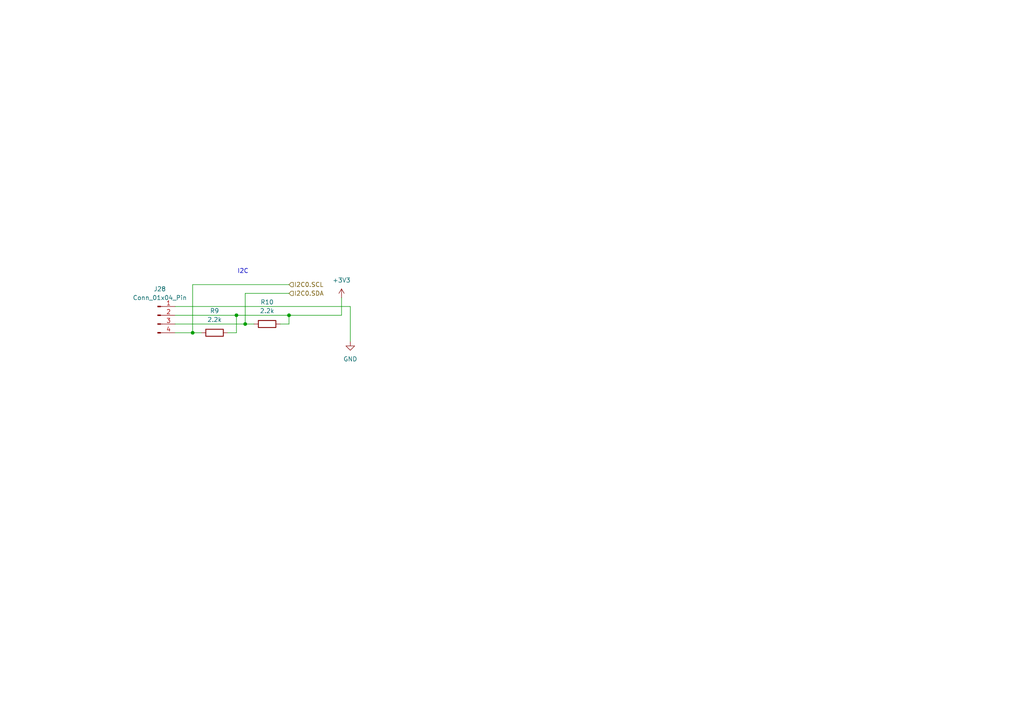
<source format=kicad_sch>
(kicad_sch
	(version 20231120)
	(generator "eeschema")
	(generator_version "8.0")
	(uuid "5de63f33-c901-4a73-91f5-97852f0ac62a")
	(paper "A4")
	(lib_symbols
		(symbol "Connector:Conn_01x04_Pin"
			(pin_names
				(offset 1.016) hide)
			(exclude_from_sim no)
			(in_bom yes)
			(on_board yes)
			(property "Reference" "J"
				(at 0 5.08 0)
				(effects
					(font
						(size 1.27 1.27)
					)
				)
			)
			(property "Value" "Conn_01x04_Pin"
				(at 0 -7.62 0)
				(effects
					(font
						(size 1.27 1.27)
					)
				)
			)
			(property "Footprint" ""
				(at 0 0 0)
				(effects
					(font
						(size 1.27 1.27)
					)
					(hide yes)
				)
			)
			(property "Datasheet" "~"
				(at 0 0 0)
				(effects
					(font
						(size 1.27 1.27)
					)
					(hide yes)
				)
			)
			(property "Description" "Generic connector, single row, 01x04, script generated"
				(at 0 0 0)
				(effects
					(font
						(size 1.27 1.27)
					)
					(hide yes)
				)
			)
			(property "ki_locked" ""
				(at 0 0 0)
				(effects
					(font
						(size 1.27 1.27)
					)
				)
			)
			(property "ki_keywords" "connector"
				(at 0 0 0)
				(effects
					(font
						(size 1.27 1.27)
					)
					(hide yes)
				)
			)
			(property "ki_fp_filters" "Connector*:*_1x??_*"
				(at 0 0 0)
				(effects
					(font
						(size 1.27 1.27)
					)
					(hide yes)
				)
			)
			(symbol "Conn_01x04_Pin_1_1"
				(polyline
					(pts
						(xy 1.27 -5.08) (xy 0.8636 -5.08)
					)
					(stroke
						(width 0.1524)
						(type default)
					)
					(fill
						(type none)
					)
				)
				(polyline
					(pts
						(xy 1.27 -2.54) (xy 0.8636 -2.54)
					)
					(stroke
						(width 0.1524)
						(type default)
					)
					(fill
						(type none)
					)
				)
				(polyline
					(pts
						(xy 1.27 0) (xy 0.8636 0)
					)
					(stroke
						(width 0.1524)
						(type default)
					)
					(fill
						(type none)
					)
				)
				(polyline
					(pts
						(xy 1.27 2.54) (xy 0.8636 2.54)
					)
					(stroke
						(width 0.1524)
						(type default)
					)
					(fill
						(type none)
					)
				)
				(rectangle
					(start 0.8636 -4.953)
					(end 0 -5.207)
					(stroke
						(width 0.1524)
						(type default)
					)
					(fill
						(type outline)
					)
				)
				(rectangle
					(start 0.8636 -2.413)
					(end 0 -2.667)
					(stroke
						(width 0.1524)
						(type default)
					)
					(fill
						(type outline)
					)
				)
				(rectangle
					(start 0.8636 0.127)
					(end 0 -0.127)
					(stroke
						(width 0.1524)
						(type default)
					)
					(fill
						(type outline)
					)
				)
				(rectangle
					(start 0.8636 2.667)
					(end 0 2.413)
					(stroke
						(width 0.1524)
						(type default)
					)
					(fill
						(type outline)
					)
				)
				(pin passive line
					(at 5.08 2.54 180)
					(length 3.81)
					(name "Pin_1"
						(effects
							(font
								(size 1.27 1.27)
							)
						)
					)
					(number "1"
						(effects
							(font
								(size 1.27 1.27)
							)
						)
					)
				)
				(pin passive line
					(at 5.08 0 180)
					(length 3.81)
					(name "Pin_2"
						(effects
							(font
								(size 1.27 1.27)
							)
						)
					)
					(number "2"
						(effects
							(font
								(size 1.27 1.27)
							)
						)
					)
				)
				(pin passive line
					(at 5.08 -2.54 180)
					(length 3.81)
					(name "Pin_3"
						(effects
							(font
								(size 1.27 1.27)
							)
						)
					)
					(number "3"
						(effects
							(font
								(size 1.27 1.27)
							)
						)
					)
				)
				(pin passive line
					(at 5.08 -5.08 180)
					(length 3.81)
					(name "Pin_4"
						(effects
							(font
								(size 1.27 1.27)
							)
						)
					)
					(number "4"
						(effects
							(font
								(size 1.27 1.27)
							)
						)
					)
				)
			)
		)
		(symbol "Device:R"
			(pin_numbers hide)
			(pin_names
				(offset 0)
			)
			(exclude_from_sim no)
			(in_bom yes)
			(on_board yes)
			(property "Reference" "R"
				(at 2.032 0 90)
				(effects
					(font
						(size 1.27 1.27)
					)
				)
			)
			(property "Value" "R"
				(at 0 0 90)
				(effects
					(font
						(size 1.27 1.27)
					)
				)
			)
			(property "Footprint" ""
				(at -1.778 0 90)
				(effects
					(font
						(size 1.27 1.27)
					)
					(hide yes)
				)
			)
			(property "Datasheet" "~"
				(at 0 0 0)
				(effects
					(font
						(size 1.27 1.27)
					)
					(hide yes)
				)
			)
			(property "Description" "Resistor"
				(at 0 0 0)
				(effects
					(font
						(size 1.27 1.27)
					)
					(hide yes)
				)
			)
			(property "ki_keywords" "R res resistor"
				(at 0 0 0)
				(effects
					(font
						(size 1.27 1.27)
					)
					(hide yes)
				)
			)
			(property "ki_fp_filters" "R_*"
				(at 0 0 0)
				(effects
					(font
						(size 1.27 1.27)
					)
					(hide yes)
				)
			)
			(symbol "R_0_1"
				(rectangle
					(start -1.016 -2.54)
					(end 1.016 2.54)
					(stroke
						(width 0.254)
						(type default)
					)
					(fill
						(type none)
					)
				)
			)
			(symbol "R_1_1"
				(pin passive line
					(at 0 3.81 270)
					(length 1.27)
					(name "~"
						(effects
							(font
								(size 1.27 1.27)
							)
						)
					)
					(number "1"
						(effects
							(font
								(size 1.27 1.27)
							)
						)
					)
				)
				(pin passive line
					(at 0 -3.81 90)
					(length 1.27)
					(name "~"
						(effects
							(font
								(size 1.27 1.27)
							)
						)
					)
					(number "2"
						(effects
							(font
								(size 1.27 1.27)
							)
						)
					)
				)
			)
		)
		(symbol "power:+3V3"
			(power)
			(pin_names
				(offset 0)
			)
			(exclude_from_sim no)
			(in_bom yes)
			(on_board yes)
			(property "Reference" "#PWR"
				(at 0 -3.81 0)
				(effects
					(font
						(size 1.27 1.27)
					)
					(hide yes)
				)
			)
			(property "Value" "+3V3"
				(at 0 3.556 0)
				(effects
					(font
						(size 1.27 1.27)
					)
				)
			)
			(property "Footprint" ""
				(at 0 0 0)
				(effects
					(font
						(size 1.27 1.27)
					)
					(hide yes)
				)
			)
			(property "Datasheet" ""
				(at 0 0 0)
				(effects
					(font
						(size 1.27 1.27)
					)
					(hide yes)
				)
			)
			(property "Description" "Power symbol creates a global label with name \"+3V3\""
				(at 0 0 0)
				(effects
					(font
						(size 1.27 1.27)
					)
					(hide yes)
				)
			)
			(property "ki_keywords" "global power"
				(at 0 0 0)
				(effects
					(font
						(size 1.27 1.27)
					)
					(hide yes)
				)
			)
			(symbol "+3V3_0_1"
				(polyline
					(pts
						(xy -0.762 1.27) (xy 0 2.54)
					)
					(stroke
						(width 0)
						(type default)
					)
					(fill
						(type none)
					)
				)
				(polyline
					(pts
						(xy 0 0) (xy 0 2.54)
					)
					(stroke
						(width 0)
						(type default)
					)
					(fill
						(type none)
					)
				)
				(polyline
					(pts
						(xy 0 2.54) (xy 0.762 1.27)
					)
					(stroke
						(width 0)
						(type default)
					)
					(fill
						(type none)
					)
				)
			)
			(symbol "+3V3_1_1"
				(pin power_in line
					(at 0 0 90)
					(length 0) hide
					(name "+3V3"
						(effects
							(font
								(size 1.27 1.27)
							)
						)
					)
					(number "1"
						(effects
							(font
								(size 1.27 1.27)
							)
						)
					)
				)
			)
		)
		(symbol "power:GND"
			(power)
			(pin_names
				(offset 0)
			)
			(exclude_from_sim no)
			(in_bom yes)
			(on_board yes)
			(property "Reference" "#PWR"
				(at 0 -6.35 0)
				(effects
					(font
						(size 1.27 1.27)
					)
					(hide yes)
				)
			)
			(property "Value" "GND"
				(at 0 -3.81 0)
				(effects
					(font
						(size 1.27 1.27)
					)
				)
			)
			(property "Footprint" ""
				(at 0 0 0)
				(effects
					(font
						(size 1.27 1.27)
					)
					(hide yes)
				)
			)
			(property "Datasheet" ""
				(at 0 0 0)
				(effects
					(font
						(size 1.27 1.27)
					)
					(hide yes)
				)
			)
			(property "Description" "Power symbol creates a global label with name \"GND\" , ground"
				(at 0 0 0)
				(effects
					(font
						(size 1.27 1.27)
					)
					(hide yes)
				)
			)
			(property "ki_keywords" "global power"
				(at 0 0 0)
				(effects
					(font
						(size 1.27 1.27)
					)
					(hide yes)
				)
			)
			(symbol "GND_0_1"
				(polyline
					(pts
						(xy 0 0) (xy 0 -1.27) (xy 1.27 -1.27) (xy 0 -2.54) (xy -1.27 -1.27) (xy 0 -1.27)
					)
					(stroke
						(width 0)
						(type default)
					)
					(fill
						(type none)
					)
				)
			)
			(symbol "GND_1_1"
				(pin power_in line
					(at 0 0 270)
					(length 0) hide
					(name "GND"
						(effects
							(font
								(size 1.27 1.27)
							)
						)
					)
					(number "1"
						(effects
							(font
								(size 1.27 1.27)
							)
						)
					)
				)
			)
		)
	)
	(junction
		(at 83.82 91.44)
		(diameter 0)
		(color 0 0 0 0)
		(uuid "02b4ad4a-ff5d-49ac-8425-44ef3f76b95f")
	)
	(junction
		(at 71.12 93.98)
		(diameter 0)
		(color 0 0 0 0)
		(uuid "27a19695-5f3d-4311-8e92-24bbd86be5b2")
	)
	(junction
		(at 68.58 91.44)
		(diameter 0)
		(color 0 0 0 0)
		(uuid "283c3dc7-38de-4f0e-b7ff-330b8fc5a4b3")
	)
	(junction
		(at 55.88 96.52)
		(diameter 0)
		(color 0 0 0 0)
		(uuid "8c540506-6d37-4dec-b4b7-00be1d367a99")
	)
	(wire
		(pts
			(xy 55.88 82.55) (xy 55.88 96.52)
		)
		(stroke
			(width 0)
			(type default)
		)
		(uuid "01ec27e7-1a7c-4637-a590-57886278c0f5")
	)
	(wire
		(pts
			(xy 66.04 96.52) (xy 68.58 96.52)
		)
		(stroke
			(width 0)
			(type default)
		)
		(uuid "0434b42d-f855-44b7-b2a6-a29473bcf616")
	)
	(wire
		(pts
			(xy 71.12 85.09) (xy 71.12 93.98)
		)
		(stroke
			(width 0)
			(type default)
		)
		(uuid "1637d917-c5d9-4abb-aa94-0024434300f4")
	)
	(wire
		(pts
			(xy 99.06 91.44) (xy 99.06 86.36)
		)
		(stroke
			(width 0)
			(type default)
		)
		(uuid "1a7da4ef-0d49-4c36-9fcf-c9220d32ec20")
	)
	(wire
		(pts
			(xy 101.6 88.9) (xy 101.6 99.06)
		)
		(stroke
			(width 0)
			(type default)
		)
		(uuid "3d0532d4-9ec3-4d5d-bfde-165870643169")
	)
	(wire
		(pts
			(xy 83.82 91.44) (xy 99.06 91.44)
		)
		(stroke
			(width 0)
			(type default)
		)
		(uuid "49bf5296-de37-4700-ba23-7ff86c9315b7")
	)
	(wire
		(pts
			(xy 50.8 91.44) (xy 68.58 91.44)
		)
		(stroke
			(width 0)
			(type default)
		)
		(uuid "4db92626-88ff-4715-9d3a-b9aff2d7627f")
	)
	(wire
		(pts
			(xy 55.88 82.55) (xy 83.82 82.55)
		)
		(stroke
			(width 0)
			(type default)
		)
		(uuid "50545be5-3913-4e72-85e2-2d07b7f01c2d")
	)
	(wire
		(pts
			(xy 81.28 93.98) (xy 83.82 93.98)
		)
		(stroke
			(width 0)
			(type default)
		)
		(uuid "5f09b30f-169e-4ad8-a36d-405b92e46c28")
	)
	(wire
		(pts
			(xy 68.58 96.52) (xy 68.58 91.44)
		)
		(stroke
			(width 0)
			(type default)
		)
		(uuid "66233f1b-189b-4202-b9a2-5f7b400ddaff")
	)
	(wire
		(pts
			(xy 68.58 91.44) (xy 83.82 91.44)
		)
		(stroke
			(width 0)
			(type default)
		)
		(uuid "8ef8a975-bc5a-48be-ac12-469de962cf5a")
	)
	(wire
		(pts
			(xy 71.12 85.09) (xy 83.82 85.09)
		)
		(stroke
			(width 0)
			(type default)
		)
		(uuid "a1176ca6-958b-4fd3-bc5f-9e0ed178c3f7")
	)
	(wire
		(pts
			(xy 71.12 93.98) (xy 50.8 93.98)
		)
		(stroke
			(width 0)
			(type default)
		)
		(uuid "a7aa55e8-d46c-479a-83e6-ecf5ec33f6d0")
	)
	(wire
		(pts
			(xy 83.82 93.98) (xy 83.82 91.44)
		)
		(stroke
			(width 0)
			(type default)
		)
		(uuid "ad25d4da-6968-4304-9b24-17723c128d31")
	)
	(wire
		(pts
			(xy 71.12 93.98) (xy 73.66 93.98)
		)
		(stroke
			(width 0)
			(type default)
		)
		(uuid "c14b38c1-e523-4215-bdb8-91fdf8733579")
	)
	(wire
		(pts
			(xy 50.8 88.9) (xy 101.6 88.9)
		)
		(stroke
			(width 0)
			(type default)
		)
		(uuid "cacee449-7cba-4164-8391-f42300cbb423")
	)
	(wire
		(pts
			(xy 55.88 96.52) (xy 58.42 96.52)
		)
		(stroke
			(width 0)
			(type default)
		)
		(uuid "cb633689-e7b6-4e4b-8adf-7fa1b98ba05c")
	)
	(wire
		(pts
			(xy 55.88 96.52) (xy 50.8 96.52)
		)
		(stroke
			(width 0)
			(type default)
		)
		(uuid "ed53db14-79ec-4a99-a4c0-6dd4752cabdc")
	)
	(text "I2C"
		(exclude_from_sim no)
		(at 68.834 79.502 0)
		(effects
			(font
				(size 1.27 1.27)
			)
			(justify left bottom)
		)
		(uuid "5cf61c96-8c87-4059-817f-265045cb4a11")
	)
	(hierarchical_label "I2C0.SDA"
		(shape input)
		(at 83.82 85.09 0)
		(fields_autoplaced yes)
		(effects
			(font
				(size 1.27 1.27)
			)
			(justify left)
		)
		(uuid "5088cfc9-0d9c-4fde-93e6-00081df3506d")
	)
	(hierarchical_label "I2C0.SCL"
		(shape input)
		(at 83.82 82.55 0)
		(fields_autoplaced yes)
		(effects
			(font
				(size 1.27 1.27)
			)
			(justify left)
		)
		(uuid "cad02885-7c8e-4e81-9e19-832434ef48fc")
	)
	(symbol
		(lib_id "power:+3V3")
		(at 99.06 86.36 0)
		(unit 1)
		(exclude_from_sim no)
		(in_bom yes)
		(on_board yes)
		(dnp no)
		(fields_autoplaced yes)
		(uuid "05d09cff-7c69-4c1d-ac2e-04cab77937e4")
		(property "Reference" "#PWR016"
			(at 99.06 90.17 0)
			(effects
				(font
					(size 1.27 1.27)
				)
				(hide yes)
			)
		)
		(property "Value" "+3V3"
			(at 99.06 81.28 0)
			(effects
				(font
					(size 1.27 1.27)
				)
			)
		)
		(property "Footprint" ""
			(at 99.06 86.36 0)
			(effects
				(font
					(size 1.27 1.27)
				)
				(hide yes)
			)
		)
		(property "Datasheet" ""
			(at 99.06 86.36 0)
			(effects
				(font
					(size 1.27 1.27)
				)
				(hide yes)
			)
		)
		(property "Description" ""
			(at 99.06 86.36 0)
			(effects
				(font
					(size 1.27 1.27)
				)
				(hide yes)
			)
		)
		(pin "1"
			(uuid "8c4581d0-575c-4f30-be26-5827d49332c2")
		)
		(instances
			(project "HRU-SCB-RP2040"
				(path "/22d57d1f-fa00-4148-a62a-8eb596ebbd21/e77e8245-6b3f-4da7-90e6-d027ac806a87"
					(reference "#PWR016")
					(unit 1)
				)
			)
		)
	)
	(symbol
		(lib_id "Device:R")
		(at 62.23 96.52 90)
		(unit 1)
		(exclude_from_sim no)
		(in_bom yes)
		(on_board yes)
		(dnp no)
		(fields_autoplaced yes)
		(uuid "3d28260b-9e0f-45d0-95c1-307364373872")
		(property "Reference" "R9"
			(at 62.23 90.17 90)
			(effects
				(font
					(size 1.27 1.27)
				)
			)
		)
		(property "Value" "2.2k"
			(at 62.23 92.71 90)
			(effects
				(font
					(size 1.27 1.27)
				)
			)
		)
		(property "Footprint" "Resistor_THT:R_Axial_DIN0204_L3.6mm_D1.6mm_P5.08mm_Horizontal"
			(at 62.23 98.298 90)
			(effects
				(font
					(size 1.27 1.27)
				)
				(hide yes)
			)
		)
		(property "Datasheet" "~"
			(at 62.23 96.52 0)
			(effects
				(font
					(size 1.27 1.27)
				)
				(hide yes)
			)
		)
		(property "Description" ""
			(at 62.23 96.52 0)
			(effects
				(font
					(size 1.27 1.27)
				)
				(hide yes)
			)
		)
		(pin "1"
			(uuid "0762e340-86e5-4a7c-bbe3-3a9dc4d1319c")
		)
		(pin "2"
			(uuid "a3ad3de0-1ac9-461b-bd37-6f50ecb1e5b1")
		)
		(instances
			(project "HRU-SCB-RP2040"
				(path "/22d57d1f-fa00-4148-a62a-8eb596ebbd21/e77e8245-6b3f-4da7-90e6-d027ac806a87"
					(reference "R9")
					(unit 1)
				)
			)
		)
	)
	(symbol
		(lib_id "power:GND")
		(at 101.6 99.06 0)
		(unit 1)
		(exclude_from_sim no)
		(in_bom yes)
		(on_board yes)
		(dnp no)
		(fields_autoplaced yes)
		(uuid "448036ce-c700-4a32-a64d-bd75d7534a9b")
		(property "Reference" "#PWR017"
			(at 101.6 105.41 0)
			(effects
				(font
					(size 1.27 1.27)
				)
				(hide yes)
			)
		)
		(property "Value" "GND"
			(at 101.6 104.14 0)
			(effects
				(font
					(size 1.27 1.27)
				)
			)
		)
		(property "Footprint" ""
			(at 101.6 99.06 0)
			(effects
				(font
					(size 1.27 1.27)
				)
				(hide yes)
			)
		)
		(property "Datasheet" ""
			(at 101.6 99.06 0)
			(effects
				(font
					(size 1.27 1.27)
				)
				(hide yes)
			)
		)
		(property "Description" ""
			(at 101.6 99.06 0)
			(effects
				(font
					(size 1.27 1.27)
				)
				(hide yes)
			)
		)
		(pin "1"
			(uuid "881cc31c-c083-4718-b79e-d7d5504db242")
		)
		(instances
			(project "HRU-SCB-RP2040"
				(path "/22d57d1f-fa00-4148-a62a-8eb596ebbd21/e77e8245-6b3f-4da7-90e6-d027ac806a87"
					(reference "#PWR017")
					(unit 1)
				)
			)
		)
	)
	(symbol
		(lib_id "Device:R")
		(at 77.47 93.98 90)
		(unit 1)
		(exclude_from_sim no)
		(in_bom yes)
		(on_board yes)
		(dnp no)
		(fields_autoplaced yes)
		(uuid "cb3ed42d-bbc7-470a-a392-0a72e5ea1358")
		(property "Reference" "R10"
			(at 77.47 87.63 90)
			(effects
				(font
					(size 1.27 1.27)
				)
			)
		)
		(property "Value" "2.2k"
			(at 77.47 90.17 90)
			(effects
				(font
					(size 1.27 1.27)
				)
			)
		)
		(property "Footprint" "Resistor_THT:R_Axial_DIN0204_L3.6mm_D1.6mm_P5.08mm_Horizontal"
			(at 77.47 95.758 90)
			(effects
				(font
					(size 1.27 1.27)
				)
				(hide yes)
			)
		)
		(property "Datasheet" "~"
			(at 77.47 93.98 0)
			(effects
				(font
					(size 1.27 1.27)
				)
				(hide yes)
			)
		)
		(property "Description" ""
			(at 77.47 93.98 0)
			(effects
				(font
					(size 1.27 1.27)
				)
				(hide yes)
			)
		)
		(pin "1"
			(uuid "02691d52-648d-40d5-8b10-d412d7a89614")
		)
		(pin "2"
			(uuid "6eb5adb0-4c71-4bff-b965-db9bd72598a4")
		)
		(instances
			(project "HRU-SCB-RP2040"
				(path "/22d57d1f-fa00-4148-a62a-8eb596ebbd21/e77e8245-6b3f-4da7-90e6-d027ac806a87"
					(reference "R10")
					(unit 1)
				)
			)
		)
	)
	(symbol
		(lib_id "Connector:Conn_01x04_Pin")
		(at 45.72 91.44 0)
		(unit 1)
		(exclude_from_sim no)
		(in_bom yes)
		(on_board yes)
		(dnp no)
		(fields_autoplaced yes)
		(uuid "ddc2d60b-ee99-416d-bfe6-f507e7cb3f6f")
		(property "Reference" "J28"
			(at 46.355 83.82 0)
			(effects
				(font
					(size 1.27 1.27)
				)
			)
		)
		(property "Value" "Conn_01x04_Pin"
			(at 46.355 86.36 0)
			(effects
				(font
					(size 1.27 1.27)
				)
			)
		)
		(property "Footprint" "mymod:PinHeader_1x04_P2.54mm_Vertical_SmallCourtyard"
			(at 45.72 91.44 0)
			(effects
				(font
					(size 1.27 1.27)
				)
				(hide yes)
			)
		)
		(property "Datasheet" "~"
			(at 45.72 91.44 0)
			(effects
				(font
					(size 1.27 1.27)
				)
				(hide yes)
			)
		)
		(property "Description" "Generic connector, single row, 01x04, script generated"
			(at 45.72 91.44 0)
			(effects
				(font
					(size 1.27 1.27)
				)
				(hide yes)
			)
		)
		(pin "3"
			(uuid "1d31c7c4-bbb5-4256-99ba-224100e27ec2")
		)
		(pin "4"
			(uuid "db1ec55b-6f6f-46bb-ad05-bfb0d464663d")
		)
		(pin "1"
			(uuid "efd7ce98-c946-49df-a79f-718e80b68b9b")
		)
		(pin "2"
			(uuid "e9f7770a-b59b-484b-a7fd-0e476f6dd67f")
		)
		(instances
			(project "HRU-SCB-RP2040"
				(path "/22d57d1f-fa00-4148-a62a-8eb596ebbd21/e77e8245-6b3f-4da7-90e6-d027ac806a87"
					(reference "J28")
					(unit 1)
				)
			)
		)
	)
)

</source>
